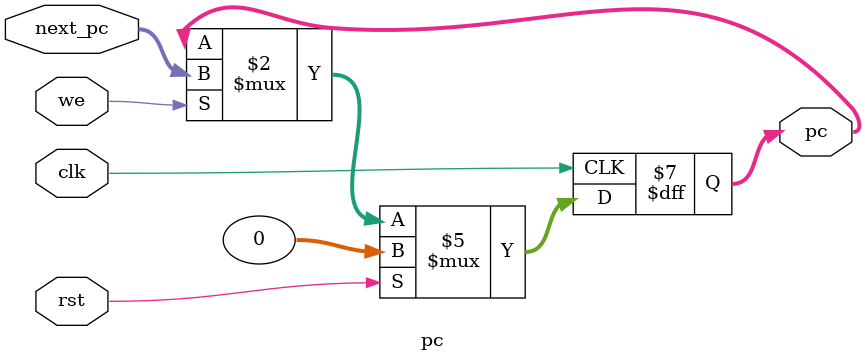
<source format=sv>
module pc (
    input  logic        clk,
    input  logic        rst,
    input  logic        we,
    input  logic [31:0] next_pc,
    output logic [31:0] pc
);

    always_ff @(posedge clk) begin
        if (rst)
            pc <= 32'b0;
        else if (we)
            pc <= next_pc;
    end

endmodule

</source>
